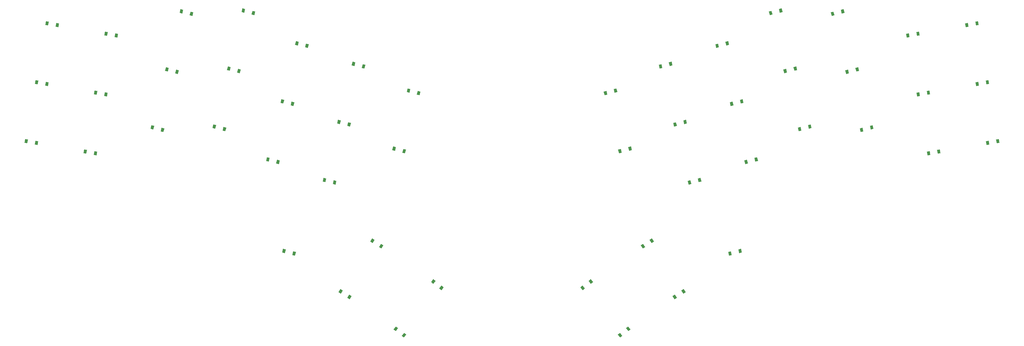
<source format=gbr>
%TF.GenerationSoftware,KiCad,Pcbnew,5.1.12-1.fc35*%
%TF.CreationDate,2022-02-21T17:57:33-08:00*%
%TF.ProjectId,jackalope_unibody,6a61636b-616c-46f7-9065-5f756e69626f,v1.0.0*%
%TF.SameCoordinates,Original*%
%TF.FileFunction,Paste,Top*%
%TF.FilePolarity,Positive*%
%FSLAX46Y46*%
G04 Gerber Fmt 4.6, Leading zero omitted, Abs format (unit mm)*
G04 Created by KiCad (PCBNEW 5.1.12-1.fc35) date 2022-02-21 17:57:33*
%MOMM*%
%LPD*%
G01*
G04 APERTURE LIST*
%ADD10C,0.100000*%
G04 APERTURE END LIST*
D10*
%TO.C,D1*%
G36*
X-3821943Y-9581898D02*
G01*
X-3613566Y-8400129D01*
X-2727239Y-8556412D01*
X-2935616Y-9738181D01*
X-3821943Y-9581898D01*
G37*
G36*
X-572077Y-10154936D02*
G01*
X-363700Y-8973167D01*
X522627Y-9129450D01*
X314250Y-10311219D01*
X-572077Y-10154936D01*
G37*
%TD*%
%TO.C,D2*%
G36*
X-522627Y9129450D02*
G01*
X-314250Y10311219D01*
X572077Y10154936D01*
X363700Y8973167D01*
X-522627Y9129450D01*
G37*
G36*
X2727239Y8556412D02*
G01*
X2935616Y9738181D01*
X3821943Y9581898D01*
X3613566Y8400129D01*
X2727239Y8556412D01*
G37*
%TD*%
%TO.C,D3*%
G36*
X2776688Y27840797D02*
G01*
X2985065Y29022566D01*
X3871392Y28866283D01*
X3663015Y27684514D01*
X2776688Y27840797D01*
G37*
G36*
X6026554Y27267759D02*
G01*
X6234931Y28449528D01*
X7121258Y28293245D01*
X6912881Y27111476D01*
X6026554Y27267759D01*
G37*
%TD*%
%TO.C,D4*%
G36*
X14889405Y-12881213D02*
G01*
X15097782Y-11699444D01*
X15984109Y-11855727D01*
X15775732Y-13037496D01*
X14889405Y-12881213D01*
G37*
G36*
X18139271Y-13454251D02*
G01*
X18347648Y-12272482D01*
X19233975Y-12428765D01*
X19025598Y-13610534D01*
X18139271Y-13454251D01*
G37*
%TD*%
%TO.C,D5*%
G36*
X18188720Y5830134D02*
G01*
X18397097Y7011903D01*
X19283424Y6855620D01*
X19075047Y5673851D01*
X18188720Y5830134D01*
G37*
G36*
X21438586Y5257096D02*
G01*
X21646963Y6438865D01*
X22533290Y6282582D01*
X22324913Y5100813D01*
X21438586Y5257096D01*
G37*
%TD*%
%TO.C,D6*%
G36*
X21488035Y24541482D02*
G01*
X21696412Y25723251D01*
X22582739Y25566968D01*
X22374362Y24385199D01*
X21488035Y24541482D01*
G37*
G36*
X24737901Y23968444D02*
G01*
X24946278Y25150213D01*
X25832605Y24993930D01*
X25624228Y23812161D01*
X24737901Y23968444D01*
G37*
%TD*%
%TO.C,D7*%
G36*
X36148497Y-5167902D02*
G01*
X36438803Y-4003547D01*
X37312069Y-4221276D01*
X37021763Y-5385631D01*
X36148497Y-5167902D01*
G37*
G36*
X39350473Y-5966244D02*
G01*
X39640779Y-4801889D01*
X40514045Y-5019618D01*
X40223739Y-6183973D01*
X39350473Y-5966244D01*
G37*
%TD*%
%TO.C,D8*%
G36*
X40745013Y13267717D02*
G01*
X41035319Y14432072D01*
X41908585Y14214343D01*
X41618279Y13049988D01*
X40745013Y13267717D01*
G37*
G36*
X43946989Y12469375D02*
G01*
X44237295Y13633730D01*
X45110561Y13416001D01*
X44820255Y12251646D01*
X43946989Y12469375D01*
G37*
%TD*%
%TO.C,D9*%
G36*
X45341529Y31703335D02*
G01*
X45631835Y32867690D01*
X46505101Y32649961D01*
X46214795Y31485606D01*
X45341529Y31703335D01*
G37*
G36*
X48543505Y30904993D02*
G01*
X48833811Y32069348D01*
X49707077Y31851619D01*
X49416771Y30687264D01*
X48543505Y30904993D01*
G37*
%TD*%
%TO.C,D10*%
G36*
X55793725Y-4912940D02*
G01*
X56084031Y-3748585D01*
X56957297Y-3966314D01*
X56666991Y-5130669D01*
X55793725Y-4912940D01*
G37*
G36*
X58995701Y-5711282D02*
G01*
X59286007Y-4546927D01*
X60159273Y-4764656D01*
X59868967Y-5929011D01*
X58995701Y-5711282D01*
G37*
%TD*%
%TO.C,D11*%
G36*
X60390241Y13522679D02*
G01*
X60680547Y14687034D01*
X61553813Y14469305D01*
X61263507Y13304950D01*
X60390241Y13522679D01*
G37*
G36*
X63592217Y12724337D02*
G01*
X63882523Y13888692D01*
X64755789Y13670963D01*
X64465483Y12506608D01*
X63592217Y12724337D01*
G37*
%TD*%
%TO.C,D12*%
G36*
X64986757Y31958298D02*
G01*
X65277063Y33122653D01*
X66150329Y32904924D01*
X65860023Y31740569D01*
X64986757Y31958298D01*
G37*
G36*
X68188733Y31159956D02*
G01*
X68479039Y32324311D01*
X69352305Y32106582D01*
X69061999Y30942227D01*
X68188733Y31159956D01*
G37*
%TD*%
%TO.C,D13*%
G36*
X72777813Y-15331230D02*
G01*
X73068119Y-14166875D01*
X73941385Y-14384604D01*
X73651079Y-15548959D01*
X72777813Y-15331230D01*
G37*
G36*
X75979789Y-16129572D02*
G01*
X76270095Y-14965217D01*
X77143361Y-15182946D01*
X76853055Y-16347301D01*
X75979789Y-16129572D01*
G37*
%TD*%
%TO.C,D14*%
G36*
X77374329Y3104389D02*
G01*
X77664635Y4268744D01*
X78537901Y4051015D01*
X78247595Y2886660D01*
X77374329Y3104389D01*
G37*
G36*
X80576305Y2306047D02*
G01*
X80866611Y3470402D01*
X81739877Y3252673D01*
X81449571Y2088318D01*
X80576305Y2306047D01*
G37*
%TD*%
%TO.C,D15*%
G36*
X81970845Y21540008D02*
G01*
X82261151Y22704363D01*
X83134417Y22486634D01*
X82844111Y21322279D01*
X81970845Y21540008D01*
G37*
G36*
X85172821Y20741666D02*
G01*
X85463127Y21906021D01*
X86336393Y21688292D01*
X86046087Y20523937D01*
X85172821Y20741666D01*
G37*
%TD*%
%TO.C,D16*%
G36*
X90729588Y-21868338D02*
G01*
X91019894Y-20703983D01*
X91893160Y-20921712D01*
X91602854Y-22086067D01*
X90729588Y-21868338D01*
G37*
G36*
X93931564Y-22666680D02*
G01*
X94221870Y-21502325D01*
X95095136Y-21720054D01*
X94804830Y-22884409D01*
X93931564Y-22666680D01*
G37*
%TD*%
%TO.C,D17*%
G36*
X95326104Y-3432719D02*
G01*
X95616410Y-2268364D01*
X96489676Y-2486093D01*
X96199370Y-3650448D01*
X95326104Y-3432719D01*
G37*
G36*
X98528080Y-4231061D02*
G01*
X98818386Y-3066706D01*
X99691652Y-3284435D01*
X99401346Y-4448790D01*
X98528080Y-4231061D01*
G37*
%TD*%
%TO.C,D18*%
G36*
X99922620Y15002900D02*
G01*
X100212926Y16167255D01*
X101086192Y15949526D01*
X100795886Y14785171D01*
X99922620Y15002900D01*
G37*
G36*
X103124596Y14204558D02*
G01*
X103414902Y15368913D01*
X104288168Y15151184D01*
X103997862Y13986829D01*
X103124596Y14204558D01*
G37*
%TD*%
%TO.C,D19*%
G36*
X112794035Y-11910418D02*
G01*
X113084341Y-10746063D01*
X113957607Y-10963792D01*
X113667301Y-12128147D01*
X112794035Y-11910418D01*
G37*
G36*
X115996011Y-12708760D02*
G01*
X116286317Y-11544405D01*
X117159583Y-11762134D01*
X116869277Y-12926489D01*
X115996011Y-12708760D01*
G37*
%TD*%
%TO.C,D20*%
G36*
X117390551Y6525201D02*
G01*
X117680857Y7689556D01*
X118554123Y7471827D01*
X118263817Y6307472D01*
X117390551Y6525201D01*
G37*
G36*
X120592527Y5726859D02*
G01*
X120882833Y6891214D01*
X121756099Y6673485D01*
X121465793Y5509130D01*
X120592527Y5726859D01*
G37*
%TD*%
%TO.C,D21*%
G36*
X77889470Y-44432277D02*
G01*
X78179776Y-43267922D01*
X79053042Y-43485651D01*
X78762736Y-44650006D01*
X77889470Y-44432277D01*
G37*
G36*
X81091446Y-45230619D02*
G01*
X81381752Y-44066264D01*
X82255018Y-44283993D01*
X81964712Y-45448348D01*
X81091446Y-45230619D01*
G37*
%TD*%
%TO.C,D22*%
G36*
X105795864Y-40936335D02*
G01*
X106431767Y-39918677D01*
X107195010Y-40395605D01*
X106559107Y-41413263D01*
X105795864Y-40936335D01*
G37*
G36*
X108594422Y-42685069D02*
G01*
X109230325Y-41667411D01*
X109993568Y-42144339D01*
X109357665Y-43161997D01*
X108594422Y-42685069D01*
G37*
%TD*%
%TO.C,D23*%
G36*
X125091192Y-53848490D02*
G01*
X125829986Y-52902877D01*
X126539196Y-53456972D01*
X125800402Y-54402585D01*
X125091192Y-53848490D01*
G37*
G36*
X127691628Y-55880172D02*
G01*
X128430422Y-54934559D01*
X129139632Y-55488654D01*
X128400838Y-56434267D01*
X127691628Y-55880172D01*
G37*
%TD*%
%TO.C,D24*%
G36*
X95727398Y-57049249D02*
G01*
X96363301Y-56031591D01*
X97126544Y-56508519D01*
X96490641Y-57526177D01*
X95727398Y-57049249D01*
G37*
G36*
X98525956Y-58797983D02*
G01*
X99161859Y-57780325D01*
X99925102Y-58257253D01*
X99289199Y-59274911D01*
X98525956Y-58797983D01*
G37*
%TD*%
%TO.C,D25*%
G36*
X113209826Y-68878486D02*
G01*
X113948620Y-67932873D01*
X114657830Y-68486968D01*
X113919036Y-69432581D01*
X113209826Y-68878486D01*
G37*
G36*
X115810262Y-70910168D02*
G01*
X116549056Y-69964555D01*
X117258266Y-70518650D01*
X116519472Y-71464263D01*
X115810262Y-70910168D01*
G37*
%TD*%
%TO.C,D26*%
G36*
X301284381Y-10311219D02*
G01*
X301076004Y-9129450D01*
X301962331Y-8973167D01*
X302170708Y-10154936D01*
X301284381Y-10311219D01*
G37*
G36*
X304534247Y-9738181D02*
G01*
X304325870Y-8556412D01*
X305212197Y-8400129D01*
X305420574Y-9581898D01*
X304534247Y-9738181D01*
G37*
%TD*%
%TO.C,D27*%
G36*
X297985065Y8400129D02*
G01*
X297776688Y9581898D01*
X298663015Y9738181D01*
X298871392Y8556412D01*
X297985065Y8400129D01*
G37*
G36*
X301234931Y8973167D02*
G01*
X301026554Y10154936D01*
X301912881Y10311219D01*
X302121258Y9129450D01*
X301234931Y8973167D01*
G37*
%TD*%
%TO.C,D28*%
G36*
X294685750Y27111476D02*
G01*
X294477373Y28293245D01*
X295363700Y28449528D01*
X295572077Y27267759D01*
X294685750Y27111476D01*
G37*
G36*
X297935616Y27684514D02*
G01*
X297727239Y28866283D01*
X298613566Y29022566D01*
X298821943Y27840797D01*
X297935616Y27684514D01*
G37*
%TD*%
%TO.C,D29*%
G36*
X282573033Y-13610534D02*
G01*
X282364656Y-12428765D01*
X283250983Y-12272482D01*
X283459360Y-13454251D01*
X282573033Y-13610534D01*
G37*
G36*
X285822899Y-13037496D02*
G01*
X285614522Y-11855727D01*
X286500849Y-11699444D01*
X286709226Y-12881213D01*
X285822899Y-13037496D01*
G37*
%TD*%
%TO.C,D30*%
G36*
X279273718Y5100813D02*
G01*
X279065341Y6282582D01*
X279951668Y6438865D01*
X280160045Y5257096D01*
X279273718Y5100813D01*
G37*
G36*
X282523584Y5673851D02*
G01*
X282315207Y6855620D01*
X283201534Y7011903D01*
X283409911Y5830134D01*
X282523584Y5673851D01*
G37*
%TD*%
%TO.C,D31*%
G36*
X275974403Y23812161D02*
G01*
X275766026Y24993930D01*
X276652353Y25150213D01*
X276860730Y23968444D01*
X275974403Y23812161D01*
G37*
G36*
X279224269Y24385199D02*
G01*
X279015892Y25566968D01*
X279902219Y25723251D01*
X280110596Y24541482D01*
X279224269Y24385199D01*
G37*
%TD*%
%TO.C,D32*%
G36*
X261374892Y-6183973D02*
G01*
X261084586Y-5019618D01*
X261957852Y-4801889D01*
X262248158Y-5966244D01*
X261374892Y-6183973D01*
G37*
G36*
X264576868Y-5385631D02*
G01*
X264286562Y-4221276D01*
X265159828Y-4003547D01*
X265450134Y-5167902D01*
X264576868Y-5385631D01*
G37*
%TD*%
%TO.C,D33*%
G36*
X256778376Y12251646D02*
G01*
X256488070Y13416001D01*
X257361336Y13633730D01*
X257651642Y12469375D01*
X256778376Y12251646D01*
G37*
G36*
X259980352Y13049988D02*
G01*
X259690046Y14214343D01*
X260563312Y14432072D01*
X260853618Y13267717D01*
X259980352Y13049988D01*
G37*
%TD*%
%TO.C,D34*%
G36*
X252181860Y30687264D02*
G01*
X251891554Y31851619D01*
X252764820Y32069348D01*
X253055126Y30904993D01*
X252181860Y30687264D01*
G37*
G36*
X255383836Y31485606D02*
G01*
X255093530Y32649961D01*
X255966796Y32867690D01*
X256257102Y31703335D01*
X255383836Y31485606D01*
G37*
%TD*%
%TO.C,D35*%
G36*
X241729663Y-5929011D02*
G01*
X241439357Y-4764656D01*
X242312623Y-4546927D01*
X242602929Y-5711282D01*
X241729663Y-5929011D01*
G37*
G36*
X244931639Y-5130669D02*
G01*
X244641333Y-3966314D01*
X245514599Y-3748585D01*
X245804905Y-4912940D01*
X244931639Y-5130669D01*
G37*
%TD*%
%TO.C,D36*%
G36*
X237133147Y12506608D02*
G01*
X236842841Y13670963D01*
X237716107Y13888692D01*
X238006413Y12724337D01*
X237133147Y12506608D01*
G37*
G36*
X240335123Y13304950D02*
G01*
X240044817Y14469305D01*
X240918083Y14687034D01*
X241208389Y13522679D01*
X240335123Y13304950D01*
G37*
%TD*%
%TO.C,D37*%
G36*
X232536631Y30942227D02*
G01*
X232246325Y32106582D01*
X233119591Y32324311D01*
X233409897Y31159956D01*
X232536631Y30942227D01*
G37*
G36*
X235738607Y31740569D02*
G01*
X235448301Y32904924D01*
X236321567Y33122653D01*
X236611873Y31958298D01*
X235738607Y31740569D01*
G37*
%TD*%
%TO.C,D38*%
G36*
X224745576Y-16347301D02*
G01*
X224455270Y-15182946D01*
X225328536Y-14965217D01*
X225618842Y-16129572D01*
X224745576Y-16347301D01*
G37*
G36*
X227947552Y-15548959D02*
G01*
X227657246Y-14384604D01*
X228530512Y-14166875D01*
X228820818Y-15331230D01*
X227947552Y-15548959D01*
G37*
%TD*%
%TO.C,D39*%
G36*
X220149060Y2088318D02*
G01*
X219858754Y3252673D01*
X220732020Y3470402D01*
X221022326Y2306047D01*
X220149060Y2088318D01*
G37*
G36*
X223351036Y2886660D02*
G01*
X223060730Y4051015D01*
X223933996Y4268744D01*
X224224302Y3104389D01*
X223351036Y2886660D01*
G37*
%TD*%
%TO.C,D40*%
G36*
X215552544Y20523937D02*
G01*
X215262238Y21688292D01*
X216135504Y21906021D01*
X216425810Y20741666D01*
X215552544Y20523937D01*
G37*
G36*
X218754520Y21322279D02*
G01*
X218464214Y22486634D01*
X219337480Y22704363D01*
X219627786Y21540008D01*
X218754520Y21322279D01*
G37*
%TD*%
%TO.C,D41*%
G36*
X206793801Y-22884409D02*
G01*
X206503495Y-21720054D01*
X207376761Y-21502325D01*
X207667067Y-22666680D01*
X206793801Y-22884409D01*
G37*
G36*
X209995777Y-22086067D02*
G01*
X209705471Y-20921712D01*
X210578737Y-20703983D01*
X210869043Y-21868338D01*
X209995777Y-22086067D01*
G37*
%TD*%
%TO.C,D42*%
G36*
X202197285Y-4448790D02*
G01*
X201906979Y-3284435D01*
X202780245Y-3066706D01*
X203070551Y-4231061D01*
X202197285Y-4448790D01*
G37*
G36*
X205399261Y-3650448D02*
G01*
X205108955Y-2486093D01*
X205982221Y-2268364D01*
X206272527Y-3432719D01*
X205399261Y-3650448D01*
G37*
%TD*%
%TO.C,D43*%
G36*
X197600769Y13986829D02*
G01*
X197310463Y15151184D01*
X198183729Y15368913D01*
X198474035Y14204558D01*
X197600769Y13986829D01*
G37*
G36*
X200802745Y14785171D02*
G01*
X200512439Y15949526D01*
X201385705Y16167255D01*
X201676011Y15002900D01*
X200802745Y14785171D01*
G37*
%TD*%
%TO.C,D44*%
G36*
X184729354Y-12926489D02*
G01*
X184439048Y-11762134D01*
X185312314Y-11544405D01*
X185602620Y-12708760D01*
X184729354Y-12926489D01*
G37*
G36*
X187931330Y-12128147D02*
G01*
X187641024Y-10963792D01*
X188514290Y-10746063D01*
X188804596Y-11910418D01*
X187931330Y-12128147D01*
G37*
%TD*%
%TO.C,D45*%
G36*
X180132838Y5509130D02*
G01*
X179842532Y6673485D01*
X180715798Y6891214D01*
X181006104Y5726859D01*
X180132838Y5509130D01*
G37*
G36*
X183334814Y6307472D02*
G01*
X183044508Y7471827D01*
X183917774Y7689556D01*
X184208080Y6525201D01*
X183334814Y6307472D01*
G37*
%TD*%
%TO.C,D46*%
G36*
X219633919Y-45448348D02*
G01*
X219343613Y-44283993D01*
X220216879Y-44066264D01*
X220507185Y-45230619D01*
X219633919Y-45448348D01*
G37*
G36*
X222835895Y-44650006D02*
G01*
X222545589Y-43485651D01*
X223418855Y-43267922D01*
X223709161Y-44432277D01*
X222835895Y-44650006D01*
G37*
%TD*%
%TO.C,D47*%
G36*
X192240966Y-43161997D02*
G01*
X191605063Y-42144339D01*
X192368306Y-41667411D01*
X193004209Y-42685069D01*
X192240966Y-43161997D01*
G37*
G36*
X195039524Y-41413263D02*
G01*
X194403621Y-40395605D01*
X195166864Y-39918677D01*
X195802767Y-40936335D01*
X195039524Y-41413263D01*
G37*
%TD*%
%TO.C,D48*%
G36*
X173197793Y-56434267D02*
G01*
X172458999Y-55488654D01*
X173168209Y-54934559D01*
X173907003Y-55880172D01*
X173197793Y-56434267D01*
G37*
G36*
X175798229Y-54402585D02*
G01*
X175059435Y-53456972D01*
X175768645Y-52902877D01*
X176507439Y-53848490D01*
X175798229Y-54402585D01*
G37*
%TD*%
%TO.C,D49*%
G36*
X202309432Y-59274911D02*
G01*
X201673529Y-58257253D01*
X202436772Y-57780325D01*
X203072675Y-58797983D01*
X202309432Y-59274911D01*
G37*
G36*
X205107990Y-57526177D02*
G01*
X204472087Y-56508519D01*
X205235330Y-56031591D01*
X205871233Y-57049249D01*
X205107990Y-57526177D01*
G37*
%TD*%
%TO.C,D50*%
G36*
X185079158Y-71464263D02*
G01*
X184340364Y-70518650D01*
X185049574Y-69964555D01*
X185788368Y-70910168D01*
X185079158Y-71464263D01*
G37*
G36*
X187679594Y-69432581D02*
G01*
X186940800Y-68486968D01*
X187650010Y-67932873D01*
X188388804Y-68878486D01*
X187679594Y-69432581D01*
G37*
%TD*%
M02*

</source>
